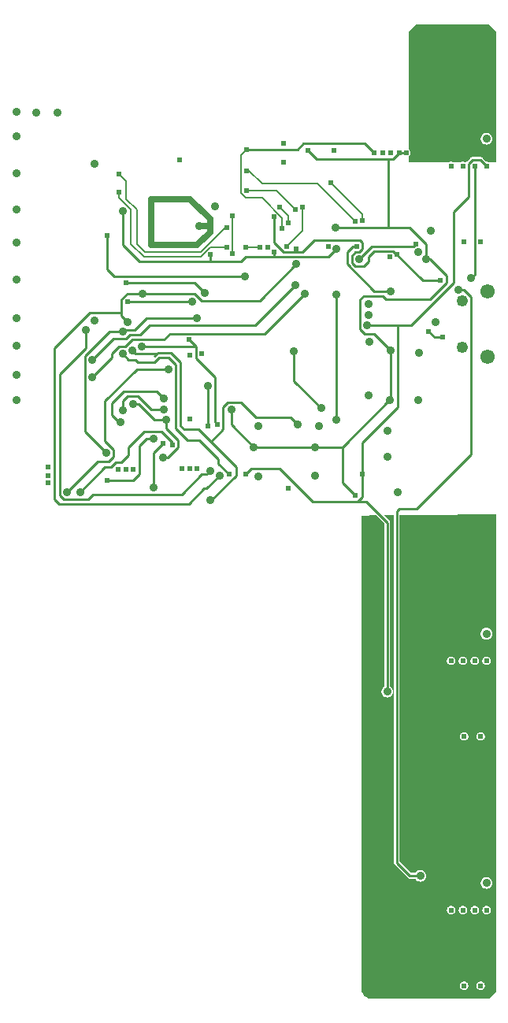
<source format=gbr>
G04 start of page 4 for group 2 idx 2 *
G04 Title: fet12logic, signal3 *
G04 Creator: pcb 20140316 *
G04 CreationDate: Thu 12 Apr 2018 02:45:11 AM GMT UTC *
G04 For: brian *
G04 Format: Gerber/RS-274X *
G04 PCB-Dimensions (mil): 6000.00 5000.00 *
G04 PCB-Coordinate-Origin: lower left *
%MOIN*%
%FSLAX25Y25*%
%LNGROUP2*%
%ADD68C,0.0335*%
%ADD67C,0.0453*%
%ADD66C,0.2150*%
%ADD65C,0.0118*%
%ADD64C,0.0200*%
%ADD63C,0.0240*%
%ADD62C,0.0360*%
%ADD61C,0.0492*%
%ADD60C,0.0610*%
%ADD59C,0.2350*%
%ADD58C,0.0100*%
%ADD57C,0.0060*%
%ADD56C,0.0250*%
%ADD55C,0.0001*%
G54D55*G36*
X383996Y420000D02*X385000D01*
X388000Y417000D01*
Y361500D01*
X384999D01*
X384820Y361610D01*
X384558Y361718D01*
X384283Y361784D01*
X384000Y361807D01*
X383996Y361806D01*
Y368993D01*
X384000Y368992D01*
X384392Y369023D01*
X384775Y369115D01*
X385138Y369266D01*
X385474Y369471D01*
X385773Y369727D01*
X386029Y370026D01*
X386234Y370362D01*
X386385Y370725D01*
X386477Y371108D01*
X386500Y371500D01*
X386477Y371892D01*
X386385Y372275D01*
X386234Y372638D01*
X386029Y372974D01*
X385773Y373273D01*
X385474Y373529D01*
X385138Y373734D01*
X384775Y373885D01*
X384392Y373977D01*
X384000Y374008D01*
X383996Y374007D01*
Y420000D01*
G37*
G36*
X351000Y361500D02*Y364001D01*
X351062Y364038D01*
X351277Y364223D01*
X351462Y364438D01*
X351610Y364680D01*
X351718Y364942D01*
X351784Y365217D01*
X351801Y365500D01*
X351784Y365783D01*
X351718Y366058D01*
X351610Y366320D01*
X351462Y366562D01*
X351277Y366777D01*
X351062Y366962D01*
X351000Y366999D01*
Y417000D01*
X354000Y420000D01*
X383996D01*
Y374007D01*
X383608Y373977D01*
X383225Y373885D01*
X382862Y373734D01*
X382526Y373529D01*
X382227Y373273D01*
X381971Y372974D01*
X381766Y372638D01*
X381615Y372275D01*
X381523Y371892D01*
X381492Y371500D01*
X381523Y371108D01*
X381615Y370725D01*
X381766Y370362D01*
X381971Y370026D01*
X382227Y369727D01*
X382526Y369471D01*
X382862Y369266D01*
X383225Y369115D01*
X383608Y369023D01*
X383996Y368993D01*
Y361806D01*
X383898Y361799D01*
X382382Y363315D01*
X382351Y363351D01*
X382208Y363474D01*
X382046Y363573D01*
X381872Y363645D01*
X381688Y363689D01*
X381688Y363689D01*
X381500Y363704D01*
X381453Y363700D01*
X378047D01*
X378000Y363704D01*
X377812Y363689D01*
X377628Y363645D01*
X377454Y363573D01*
X377292Y363474D01*
X377292Y363474D01*
X377149Y363351D01*
X377118Y363315D01*
X375685Y361882D01*
X375649Y361851D01*
X375526Y361708D01*
X375427Y361546D01*
X375408Y361500D01*
X374999D01*
X374820Y361610D01*
X374558Y361718D01*
X374283Y361784D01*
X374000Y361807D01*
X373717Y361784D01*
X373442Y361718D01*
X373180Y361610D01*
X373001Y361500D01*
X369999D01*
X369820Y361610D01*
X369558Y361718D01*
X369283Y361784D01*
X369000Y361807D01*
X368717Y361784D01*
X368442Y361718D01*
X368180Y361610D01*
X368001Y361500D01*
X351000D01*
G37*
G36*
X388000Y212500D02*Y10500D01*
X385000Y7500D01*
X383997D01*
Y43194D01*
X384000Y43193D01*
X384283Y43216D01*
X384558Y43282D01*
X384820Y43390D01*
X385062Y43538D01*
X385277Y43723D01*
X385462Y43938D01*
X385610Y44180D01*
X385718Y44442D01*
X385784Y44717D01*
X385801Y45000D01*
X385784Y45283D01*
X385718Y45558D01*
X385610Y45820D01*
X385462Y46062D01*
X385277Y46277D01*
X385062Y46462D01*
X384820Y46610D01*
X384558Y46718D01*
X384283Y46784D01*
X384000Y46807D01*
X383997Y46806D01*
Y53993D01*
X384000Y53992D01*
X384392Y54023D01*
X384775Y54115D01*
X385138Y54266D01*
X385474Y54471D01*
X385773Y54727D01*
X386029Y55026D01*
X386234Y55362D01*
X386385Y55725D01*
X386477Y56108D01*
X386500Y56500D01*
X386477Y56892D01*
X386385Y57275D01*
X386234Y57638D01*
X386029Y57974D01*
X385773Y58273D01*
X385474Y58529D01*
X385138Y58734D01*
X384775Y58885D01*
X384392Y58977D01*
X384000Y59008D01*
X383997Y59007D01*
Y148694D01*
X384000Y148693D01*
X384283Y148716D01*
X384558Y148782D01*
X384820Y148890D01*
X385062Y149038D01*
X385277Y149223D01*
X385462Y149438D01*
X385610Y149680D01*
X385718Y149942D01*
X385784Y150217D01*
X385801Y150500D01*
X385784Y150783D01*
X385718Y151058D01*
X385610Y151320D01*
X385462Y151562D01*
X385277Y151777D01*
X385062Y151962D01*
X384820Y152110D01*
X384558Y152218D01*
X384283Y152284D01*
X384000Y152307D01*
X383997Y152306D01*
Y159493D01*
X384000Y159492D01*
X384392Y159523D01*
X384775Y159615D01*
X385138Y159766D01*
X385474Y159971D01*
X385773Y160227D01*
X386029Y160526D01*
X386234Y160862D01*
X386385Y161225D01*
X386477Y161608D01*
X386500Y162000D01*
X386477Y162392D01*
X386385Y162775D01*
X386234Y163138D01*
X386029Y163474D01*
X385773Y163773D01*
X385474Y164029D01*
X385138Y164234D01*
X384775Y164385D01*
X384392Y164477D01*
X384000Y164508D01*
X383997Y164507D01*
Y212465D01*
X388000Y212500D01*
G37*
G36*
X381497Y161937D02*X381523Y161608D01*
X381615Y161225D01*
X381766Y160862D01*
X381971Y160526D01*
X382227Y160227D01*
X382526Y159971D01*
X382862Y159766D01*
X383225Y159615D01*
X383608Y159523D01*
X383997Y159493D01*
Y152306D01*
X383717Y152284D01*
X383442Y152218D01*
X383180Y152110D01*
X382938Y151962D01*
X382723Y151777D01*
X382538Y151562D01*
X382390Y151320D01*
X382282Y151058D01*
X382216Y150783D01*
X382193Y150500D01*
X382216Y150217D01*
X382282Y149942D01*
X382390Y149680D01*
X382538Y149438D01*
X382723Y149223D01*
X382938Y149038D01*
X383180Y148890D01*
X383442Y148782D01*
X383717Y148716D01*
X383997Y148694D01*
Y59007D01*
X383608Y58977D01*
X383225Y58885D01*
X382862Y58734D01*
X382526Y58529D01*
X382227Y58273D01*
X381971Y57974D01*
X381766Y57638D01*
X381615Y57275D01*
X381523Y56892D01*
X381497Y56563D01*
Y116694D01*
X381500Y116693D01*
X381783Y116716D01*
X382058Y116782D01*
X382320Y116890D01*
X382562Y117038D01*
X382777Y117223D01*
X382962Y117438D01*
X383110Y117680D01*
X383218Y117942D01*
X383284Y118217D01*
X383301Y118500D01*
X383284Y118783D01*
X383218Y119058D01*
X383110Y119320D01*
X382962Y119562D01*
X382777Y119777D01*
X382562Y119962D01*
X382320Y120110D01*
X382058Y120218D01*
X381783Y120284D01*
X381500Y120307D01*
X381497Y120306D01*
Y161937D01*
G37*
G36*
Y212443D02*X383997Y212465D01*
Y164507D01*
X383608Y164477D01*
X383225Y164385D01*
X382862Y164234D01*
X382526Y164029D01*
X382227Y163773D01*
X381971Y163474D01*
X381766Y163138D01*
X381615Y162775D01*
X381523Y162392D01*
X381497Y162063D01*
Y212443D01*
G37*
G36*
X383997Y7500D02*X381497D01*
Y11194D01*
X381500Y11193D01*
X381783Y11216D01*
X382058Y11282D01*
X382320Y11390D01*
X382562Y11538D01*
X382777Y11723D01*
X382962Y11938D01*
X383110Y12180D01*
X383218Y12442D01*
X383284Y12717D01*
X383301Y13000D01*
X383284Y13283D01*
X383218Y13558D01*
X383110Y13820D01*
X382962Y14062D01*
X382777Y14277D01*
X382562Y14462D01*
X382320Y14610D01*
X382058Y14718D01*
X381783Y14784D01*
X381500Y14807D01*
X381497Y14806D01*
Y56437D01*
X381523Y56108D01*
X381615Y55725D01*
X381766Y55362D01*
X381971Y55026D01*
X382227Y54727D01*
X382526Y54471D01*
X382862Y54266D01*
X383225Y54115D01*
X383608Y54023D01*
X383997Y53993D01*
Y46806D01*
X383717Y46784D01*
X383442Y46718D01*
X383180Y46610D01*
X382938Y46462D01*
X382723Y46277D01*
X382538Y46062D01*
X382390Y45820D01*
X382282Y45558D01*
X382216Y45283D01*
X382193Y45000D01*
X382216Y44717D01*
X382282Y44442D01*
X382390Y44180D01*
X382538Y43938D01*
X382723Y43723D01*
X382938Y43538D01*
X383180Y43390D01*
X383442Y43282D01*
X383717Y43216D01*
X383997Y43194D01*
Y7500D01*
G37*
G36*
X381497D02*X378997D01*
Y43194D01*
X379000Y43193D01*
X379283Y43216D01*
X379558Y43282D01*
X379820Y43390D01*
X380062Y43538D01*
X380277Y43723D01*
X380462Y43938D01*
X380610Y44180D01*
X380718Y44442D01*
X380784Y44717D01*
X380801Y45000D01*
X380784Y45283D01*
X380718Y45558D01*
X380610Y45820D01*
X380462Y46062D01*
X380277Y46277D01*
X380062Y46462D01*
X379820Y46610D01*
X379558Y46718D01*
X379283Y46784D01*
X379000Y46807D01*
X378997Y46806D01*
Y148694D01*
X379000Y148693D01*
X379283Y148716D01*
X379558Y148782D01*
X379820Y148890D01*
X380062Y149038D01*
X380277Y149223D01*
X380462Y149438D01*
X380610Y149680D01*
X380718Y149942D01*
X380784Y150217D01*
X380801Y150500D01*
X380784Y150783D01*
X380718Y151058D01*
X380610Y151320D01*
X380462Y151562D01*
X380277Y151777D01*
X380062Y151962D01*
X379820Y152110D01*
X379558Y152218D01*
X379283Y152284D01*
X379000Y152307D01*
X378997Y152306D01*
Y212421D01*
X381497Y212443D01*
Y162063D01*
X381492Y162000D01*
X381497Y161937D01*
Y120306D01*
X381217Y120284D01*
X380942Y120218D01*
X380680Y120110D01*
X380438Y119962D01*
X380223Y119777D01*
X380038Y119562D01*
X379890Y119320D01*
X379782Y119058D01*
X379716Y118783D01*
X379693Y118500D01*
X379716Y118217D01*
X379782Y117942D01*
X379890Y117680D01*
X380038Y117438D01*
X380223Y117223D01*
X380438Y117038D01*
X380680Y116890D01*
X380942Y116782D01*
X381217Y116716D01*
X381497Y116694D01*
Y56563D01*
X381492Y56500D01*
X381497Y56437D01*
Y14806D01*
X381217Y14784D01*
X380942Y14718D01*
X380680Y14610D01*
X380438Y14462D01*
X380223Y14277D01*
X380038Y14062D01*
X379890Y13820D01*
X379782Y13558D01*
X379716Y13283D01*
X379693Y13000D01*
X379716Y12717D01*
X379782Y12442D01*
X379890Y12180D01*
X380038Y11938D01*
X380223Y11723D01*
X380438Y11538D01*
X380680Y11390D01*
X380942Y11282D01*
X381217Y11216D01*
X381497Y11194D01*
Y7500D01*
G37*
G36*
X378997D02*X373997D01*
Y11269D01*
X374217Y11216D01*
X374500Y11193D01*
X374783Y11216D01*
X375058Y11282D01*
X375320Y11390D01*
X375562Y11538D01*
X375777Y11723D01*
X375962Y11938D01*
X376110Y12180D01*
X376218Y12442D01*
X376284Y12717D01*
X376301Y13000D01*
X376284Y13283D01*
X376218Y13558D01*
X376110Y13820D01*
X375962Y14062D01*
X375777Y14277D01*
X375562Y14462D01*
X375320Y14610D01*
X375058Y14718D01*
X374783Y14784D01*
X374500Y14807D01*
X374217Y14784D01*
X373997Y14731D01*
Y43194D01*
X374000Y43193D01*
X374283Y43216D01*
X374558Y43282D01*
X374820Y43390D01*
X375062Y43538D01*
X375277Y43723D01*
X375462Y43938D01*
X375610Y44180D01*
X375718Y44442D01*
X375784Y44717D01*
X375801Y45000D01*
X375784Y45283D01*
X375718Y45558D01*
X375610Y45820D01*
X375462Y46062D01*
X375277Y46277D01*
X375062Y46462D01*
X374820Y46610D01*
X374558Y46718D01*
X374283Y46784D01*
X374000Y46807D01*
X373997Y46806D01*
Y116769D01*
X374217Y116716D01*
X374500Y116693D01*
X374783Y116716D01*
X375058Y116782D01*
X375320Y116890D01*
X375562Y117038D01*
X375777Y117223D01*
X375962Y117438D01*
X376110Y117680D01*
X376218Y117942D01*
X376284Y118217D01*
X376301Y118500D01*
X376284Y118783D01*
X376218Y119058D01*
X376110Y119320D01*
X375962Y119562D01*
X375777Y119777D01*
X375562Y119962D01*
X375320Y120110D01*
X375058Y120218D01*
X374783Y120284D01*
X374500Y120307D01*
X374217Y120284D01*
X373997Y120231D01*
Y148694D01*
X374000Y148693D01*
X374283Y148716D01*
X374558Y148782D01*
X374820Y148890D01*
X375062Y149038D01*
X375277Y149223D01*
X375462Y149438D01*
X375610Y149680D01*
X375718Y149942D01*
X375784Y150217D01*
X375801Y150500D01*
X375784Y150783D01*
X375718Y151058D01*
X375610Y151320D01*
X375462Y151562D01*
X375277Y151777D01*
X375062Y151962D01*
X374820Y152110D01*
X374558Y152218D01*
X374283Y152284D01*
X374000Y152307D01*
X373997Y152306D01*
Y212377D01*
X378997Y212421D01*
Y152306D01*
X378717Y152284D01*
X378442Y152218D01*
X378180Y152110D01*
X377938Y151962D01*
X377723Y151777D01*
X377538Y151562D01*
X377390Y151320D01*
X377282Y151058D01*
X377216Y150783D01*
X377193Y150500D01*
X377216Y150217D01*
X377282Y149942D01*
X377390Y149680D01*
X377538Y149438D01*
X377723Y149223D01*
X377938Y149038D01*
X378180Y148890D01*
X378442Y148782D01*
X378717Y148716D01*
X378997Y148694D01*
Y46806D01*
X378717Y46784D01*
X378442Y46718D01*
X378180Y46610D01*
X377938Y46462D01*
X377723Y46277D01*
X377538Y46062D01*
X377390Y45820D01*
X377282Y45558D01*
X377216Y45283D01*
X377193Y45000D01*
X377216Y44717D01*
X377282Y44442D01*
X377390Y44180D01*
X377538Y43938D01*
X377723Y43723D01*
X377938Y43538D01*
X378180Y43390D01*
X378442Y43282D01*
X378717Y43216D01*
X378997Y43194D01*
Y7500D01*
G37*
G36*
X373997D02*X368997D01*
Y43194D01*
X369000Y43193D01*
X369283Y43216D01*
X369558Y43282D01*
X369820Y43390D01*
X370062Y43538D01*
X370277Y43723D01*
X370462Y43938D01*
X370610Y44180D01*
X370718Y44442D01*
X370784Y44717D01*
X370801Y45000D01*
X370784Y45283D01*
X370718Y45558D01*
X370610Y45820D01*
X370462Y46062D01*
X370277Y46277D01*
X370062Y46462D01*
X369820Y46610D01*
X369558Y46718D01*
X369283Y46784D01*
X369000Y46807D01*
X368997Y46806D01*
Y148694D01*
X369000Y148693D01*
X369283Y148716D01*
X369558Y148782D01*
X369820Y148890D01*
X370062Y149038D01*
X370277Y149223D01*
X370462Y149438D01*
X370610Y149680D01*
X370718Y149942D01*
X370784Y150217D01*
X370801Y150500D01*
X370784Y150783D01*
X370718Y151058D01*
X370610Y151320D01*
X370462Y151562D01*
X370277Y151777D01*
X370062Y151962D01*
X369820Y152110D01*
X369558Y152218D01*
X369283Y152284D01*
X369000Y152307D01*
X368997Y152306D01*
Y212333D01*
X373997Y212377D01*
Y152306D01*
X373717Y152284D01*
X373442Y152218D01*
X373180Y152110D01*
X372938Y151962D01*
X372723Y151777D01*
X372538Y151562D01*
X372390Y151320D01*
X372282Y151058D01*
X372216Y150783D01*
X372193Y150500D01*
X372216Y150217D01*
X372282Y149942D01*
X372390Y149680D01*
X372538Y149438D01*
X372723Y149223D01*
X372938Y149038D01*
X373180Y148890D01*
X373442Y148782D01*
X373717Y148716D01*
X373997Y148694D01*
Y120231D01*
X373942Y120218D01*
X373680Y120110D01*
X373438Y119962D01*
X373223Y119777D01*
X373038Y119562D01*
X372890Y119320D01*
X372782Y119058D01*
X372716Y118783D01*
X372693Y118500D01*
X372716Y118217D01*
X372782Y117942D01*
X372890Y117680D01*
X373038Y117438D01*
X373223Y117223D01*
X373438Y117038D01*
X373680Y116890D01*
X373942Y116782D01*
X373997Y116769D01*
Y46806D01*
X373717Y46784D01*
X373442Y46718D01*
X373180Y46610D01*
X372938Y46462D01*
X372723Y46277D01*
X372538Y46062D01*
X372390Y45820D01*
X372282Y45558D01*
X372216Y45283D01*
X372193Y45000D01*
X372216Y44717D01*
X372282Y44442D01*
X372390Y44180D01*
X372538Y43938D01*
X372723Y43723D01*
X372938Y43538D01*
X373180Y43390D01*
X373442Y43282D01*
X373717Y43216D01*
X373997Y43194D01*
Y14731D01*
X373942Y14718D01*
X373680Y14610D01*
X373438Y14462D01*
X373223Y14277D01*
X373038Y14062D01*
X372890Y13820D01*
X372782Y13558D01*
X372716Y13283D01*
X372693Y13000D01*
X372716Y12717D01*
X372782Y12442D01*
X372890Y12180D01*
X373038Y11938D01*
X373223Y11723D01*
X373438Y11538D01*
X373680Y11390D01*
X373942Y11282D01*
X373997Y11269D01*
Y7500D01*
G37*
G36*
X368997D02*X334000D01*
X331000Y10500D01*
Y212000D01*
X337248Y212055D01*
X340800Y208503D01*
Y139697D01*
X340526Y139529D01*
X340227Y139273D01*
X339971Y138974D01*
X339766Y138638D01*
X339615Y138275D01*
X339523Y137892D01*
X339492Y137500D01*
X339523Y137108D01*
X339615Y136725D01*
X339766Y136362D01*
X339971Y136026D01*
X340227Y135727D01*
X340526Y135471D01*
X340862Y135266D01*
X341225Y135115D01*
X341608Y135023D01*
X342000Y134992D01*
X342392Y135023D01*
X342775Y135115D01*
X343138Y135266D01*
X343474Y135471D01*
X343773Y135727D01*
X344029Y136026D01*
X344234Y136362D01*
X344385Y136725D01*
X344477Y137108D01*
X344500Y137500D01*
X344477Y137892D01*
X344385Y138275D01*
X344234Y138638D01*
X344029Y138974D01*
X343773Y139273D01*
X343474Y139529D01*
X343200Y139697D01*
Y208953D01*
X343204Y209000D01*
X343189Y209188D01*
X343189Y209188D01*
X343145Y209372D01*
X343073Y209546D01*
X342974Y209708D01*
X342851Y209851D01*
X342815Y209882D01*
X340613Y212084D01*
X344800Y212121D01*
Y65047D01*
X344796Y65000D01*
X344811Y64812D01*
X344855Y64628D01*
X344927Y64454D01*
X345026Y64292D01*
X345026Y64292D01*
X345149Y64149D01*
X345185Y64118D01*
X350618Y58685D01*
X350649Y58649D01*
X350792Y58526D01*
X350792Y58526D01*
X350954Y58427D01*
X351128Y58355D01*
X351312Y58311D01*
X351500Y58296D01*
X351547Y58300D01*
X353803D01*
X353971Y58026D01*
X354227Y57727D01*
X354526Y57471D01*
X354862Y57266D01*
X355225Y57115D01*
X355608Y57023D01*
X356000Y56992D01*
X356392Y57023D01*
X356775Y57115D01*
X357138Y57266D01*
X357474Y57471D01*
X357773Y57727D01*
X358029Y58026D01*
X358234Y58362D01*
X358385Y58725D01*
X358477Y59108D01*
X358500Y59500D01*
X358477Y59892D01*
X358385Y60275D01*
X358234Y60638D01*
X358029Y60974D01*
X357773Y61273D01*
X357474Y61529D01*
X357138Y61734D01*
X356775Y61885D01*
X356392Y61977D01*
X356000Y62008D01*
X355608Y61977D01*
X355225Y61885D01*
X354862Y61734D01*
X354526Y61529D01*
X354227Y61273D01*
X353971Y60974D01*
X353803Y60700D01*
X351997D01*
X347200Y65497D01*
Y212142D01*
X368997Y212333D01*
Y152306D01*
X368717Y152284D01*
X368442Y152218D01*
X368180Y152110D01*
X367938Y151962D01*
X367723Y151777D01*
X367538Y151562D01*
X367390Y151320D01*
X367282Y151058D01*
X367216Y150783D01*
X367193Y150500D01*
X367216Y150217D01*
X367282Y149942D01*
X367390Y149680D01*
X367538Y149438D01*
X367723Y149223D01*
X367938Y149038D01*
X368180Y148890D01*
X368442Y148782D01*
X368717Y148716D01*
X368997Y148694D01*
Y46806D01*
X368717Y46784D01*
X368442Y46718D01*
X368180Y46610D01*
X367938Y46462D01*
X367723Y46277D01*
X367538Y46062D01*
X367390Y45820D01*
X367282Y45558D01*
X367216Y45283D01*
X367193Y45000D01*
X367216Y44717D01*
X367282Y44442D01*
X367390Y44180D01*
X367538Y43938D01*
X367723Y43723D01*
X367938Y43538D01*
X368180Y43390D01*
X368442Y43282D01*
X368717Y43216D01*
X368997Y43194D01*
Y7500D01*
G37*
G54D56*X242000Y326500D02*X261500D01*
X258500Y346000D02*X242000D01*
Y326500D01*
G54D57*X228500Y356500D02*X231500Y353500D01*
Y346000D01*
X228500Y346500D02*X233500Y341500D01*
X228500Y349000D02*Y346500D01*
G54D58*X230000Y326500D02*Y341000D01*
G54D57*X233500Y341500D02*Y327000D01*
X236000D02*Y341500D01*
X231500Y346000D01*
G54D58*X223500Y316028D02*Y330500D01*
X237000Y319500D02*X230000Y326500D01*
G54D57*X233500Y327000D02*X239000Y321500D01*
X239500Y323500D02*X236000Y327000D01*
G54D56*X262500Y334500D02*X267000D01*
Y332000D02*Y337500D01*
X258500Y346000D01*
G54D57*X295000Y349500D02*X282500D01*
X282000Y346500D02*X280000Y348500D01*
X282000Y346500D02*X289000D01*
G54D58*X294000Y327500D02*Y338500D01*
G54D57*X282000Y325500D02*X288000D01*
X267000D02*X274000D01*
G54D56*X261500Y326500D02*X267000Y332000D01*
G54D57*X263000Y321500D02*X267000Y325500D01*
X263000Y323500D02*X273500Y334000D01*
X274000D01*
X276500Y339000D02*Y323000D01*
X239500Y323500D02*X263000D01*
G54D58*X237000Y319500D02*X280000D01*
G54D57*X239000Y321500D02*X263000D01*
G54D58*X231500Y310500D02*X260500D01*
X267000Y322500D02*Y319500D01*
X226236Y313264D02*X281736D01*
X260500Y310500D02*X264800Y306200D01*
X288000Y303000D02*X303500Y318500D01*
X226264Y313264D02*X223500Y316028D01*
X259500Y302500D02*X232000D01*
X263500Y303000D02*X288000D01*
X232000Y306000D02*X229500Y303500D01*
X232000Y306000D02*X260500D01*
X263500Y303000D01*
X362000Y287500D02*X365500D01*
X372000Y307500D02*X374500D01*
X377500Y304500D01*
X360000Y303500D02*X367000Y310500D01*
Y313500D01*
X352000Y292500D02*X370000Y310500D01*
X359500Y290000D02*X362000Y287500D01*
X351000Y292500D02*X333500D01*
X352000D01*
X336500Y307000D02*X343500D01*
X332000Y305000D02*X340000D01*
X341500Y303500D01*
X360000D01*
X332500Y289000D02*X336500D01*
X286000Y292500D02*X303000Y309500D01*
X290000Y289000D02*X307000Y306000D01*
X354000Y327000D02*X353000Y326000D01*
G54D57*X331500Y339500D02*Y337000D01*
G54D58*X351500Y334000D02*X320000D01*
X353000Y326000D02*X335500D01*
X327500D02*X329000D01*
X335500D02*X330000Y320500D01*
Y323500D02*X331500Y325000D01*
Y327500D01*
X336500Y324000D02*X334000Y321500D01*
X330500Y291000D02*Y295000D01*
Y291000D02*Y303500D01*
X332000Y305000D01*
X334000Y321500D02*Y319500D01*
X332000Y317500D01*
X328500D01*
X327000Y319000D01*
X336500Y307000D02*X325000Y318500D01*
X327000Y319000D02*Y322000D01*
X328500Y323500D01*
X330000D01*
X325000Y318500D02*Y323500D01*
X327500Y326000D01*
X384000Y360000D02*X381500Y362500D01*
X378000D01*
X377500Y312500D02*X379000Y314000D01*
Y360000D02*Y314000D01*
X358500Y327000D02*X351500Y334000D01*
X358500Y327000D02*Y320500D01*
X344500Y324000D02*X357000Y311500D01*
X344500Y324000D02*X336500D01*
X357000Y311500D02*X364500D01*
X367000Y313500D02*X360000Y320500D01*
X358500D01*
X370000Y310500D02*Y340500D01*
X376500Y347000D01*
Y361000D01*
X378000Y362500D01*
G54D57*X318000Y353000D02*X331500Y339500D01*
G54D58*X312000Y363000D02*X308500Y366500D01*
X342500Y363000D02*Y334000D01*
G54D57*X306000Y332500D02*Y342500D01*
X328500Y336500D02*X312500Y352500D01*
G54D58*X350000Y365500D02*X347000D01*
X344500Y363000D01*
X312000D01*
X336500Y365500D02*X332500Y369500D01*
X306500D01*
X304000Y367000D01*
X282500D01*
G54D57*X280000Y348500D02*Y364500D01*
X282500Y367000D01*
X289000Y352500D02*X283500Y358000D01*
X282500D01*
X295000Y349500D02*X303000Y341500D01*
X300000Y339000D02*X296500Y342500D01*
X289000Y346500D02*X297500Y338000D01*
X312500Y352500D02*X289000D01*
X299500Y326000D02*X306000Y332500D01*
X300000Y336000D02*Y339000D01*
X297500Y338000D02*Y333500D01*
G54D58*X331500Y327500D02*X330500Y328500D01*
X311000D01*
X320500Y325000D02*X317000Y321500D01*
X282000D01*
X294000Y323500D02*Y321500D01*
X280000Y319500D02*X282000Y321500D01*
X311000Y328500D02*X306000Y323500D01*
X298000D01*
X294000Y327500D01*
X303500Y325000D02*Y323500D01*
X328500Y220500D02*X323000Y226000D01*
Y241000D01*
X329500Y218000D02*X331500Y220000D01*
X333000Y218000D02*X342000Y209000D01*
X377500Y238000D02*X354500Y215000D01*
X347000D01*
X346000Y214000D01*
X331500Y243000D02*Y220000D01*
X333000Y218000D02*X310500D01*
X343500Y282000D02*Y261500D01*
X346500Y258000D02*Y292500D01*
X330500Y291000D02*X332500Y289000D01*
X336500D02*X343500Y282000D01*
X320500Y305500D02*Y252500D01*
X377500Y304500D02*Y238000D01*
X342000Y209000D02*Y137500D01*
X346000Y214000D02*Y65000D01*
X356000Y59500D02*X351500D01*
X346000Y65000D01*
X261000Y278500D02*Y283500D01*
X302500Y281500D02*Y269000D01*
X269000Y270500D02*X261000Y278500D01*
X290000Y289000D02*X250000D01*
X343500Y261500D02*X323000Y241000D01*
X285500D01*
X346500Y258000D02*X331500Y243000D01*
X302500Y269000D02*X314000Y257500D01*
X304000Y250500D02*X301000Y253500D01*
X286500D01*
X252500Y276000D02*Y249000D01*
X250500Y281000D02*X254500Y277000D01*
Y250000D01*
X270000Y250500D02*X269000Y251500D01*
Y270500D01*
X267250Y243250D02*X272500Y248500D01*
Y258000D01*
X274500Y260000D01*
X280000D01*
X286500Y253500D01*
X251000Y243000D02*Y242000D01*
X253500Y244000D02*Y241000D01*
X282000Y229500D02*X284500Y232000D01*
X296500D01*
X310500Y218000D01*
X278000Y229000D02*Y232500D01*
X275000Y229500D02*X270500Y234000D01*
Y236000D01*
X278000Y229000D02*X267500Y218500D01*
X267000D01*
X265500Y223500D02*X271000Y229000D01*
X255000Y221000D02*X263500Y229500D01*
X258000Y217000D02*X264500Y223500D01*
X265500D01*
X263500Y229500D02*X265500D01*
X267000Y231000D01*
X276000Y250500D02*X285500Y241000D01*
X278000Y232500D02*X262000Y248500D01*
X266000Y250000D02*Y267000D01*
X276000Y250500D02*Y257000D01*
X262000Y248500D02*X256000D01*
X254500Y250000D01*
X270500Y236000D02*X262500Y244000D01*
X257500D01*
X252500Y249000D01*
X225500Y259500D02*Y254500D01*
X232000Y262500D02*X236500D01*
X234280Y259220D02*X236780D01*
X243500Y252500D01*
X236500Y262500D02*X242000Y257000D01*
X230500Y264500D02*X244500D01*
X225500Y259500D02*X230500Y264500D01*
X236000Y274000D02*X222500Y260500D01*
X223000Y238500D02*X214000Y247500D01*
X222500Y260500D02*Y243500D01*
X226000Y240000D01*
X225500Y254500D02*X228500Y251500D01*
X229000D01*
X232000Y262500D02*X230000Y260500D01*
Y256500D01*
X203500Y220500D02*Y272000D01*
X201000Y283000D02*Y219000D01*
X203000Y217000D01*
X215500Y219000D02*X217500Y221000D01*
X223500Y227000D02*X234500D01*
X237000Y229500D01*
X217500Y221000D02*X255000D01*
X203000Y217000D02*X258000D01*
X237000Y229500D02*Y241500D01*
X243000Y224000D02*Y238500D01*
X226000Y240000D02*Y237000D01*
X224000Y235000D01*
X219500D01*
X222500Y232500D02*X225000D01*
X227000Y234500D01*
X219500Y235000D02*X206500Y222000D01*
X212000D02*X222500Y232500D01*
X215500Y219000D02*X205000D01*
X203500Y220500D01*
X227000Y234500D02*X229500D01*
X232500Y237500D01*
Y241000D01*
X243500Y252500D02*X248500D01*
X242000Y257000D02*X247500D01*
X244500Y264500D02*X247500Y261500D01*
X248500Y252500D02*Y249000D01*
X240000Y244500D02*X243000D01*
X237000Y241500D02*X240000Y244500D01*
X232500Y241000D02*X239000Y247500D01*
X243000Y238500D02*X247000Y242500D01*
X239000Y247500D02*X246500D01*
X251000Y243000D01*
X248500Y249000D02*X253500Y244000D01*
Y241000D02*X249000Y236500D01*
X247000D01*
X261000Y283500D02*X258000Y286500D01*
X286000Y292500D02*X241500D01*
X250000Y289000D02*X247500Y286500D01*
X214500Y283000D02*Y290500D01*
X224500Y290000D02*X214000Y279500D01*
X217000Y278000D02*X226000Y287000D01*
X217000Y270500D02*X225500Y279000D01*
Y280500D01*
X232500Y278000D02*X230000Y280500D01*
X225500D02*X228500Y283500D01*
X214000Y279500D02*Y247500D01*
X232500Y278000D02*X235500D01*
X236500Y277000D01*
X243500D01*
X234000Y282000D02*Y281500D01*
Y282000D02*X235500Y280500D01*
X244500D01*
X249500Y279000D02*X252500Y276000D01*
X243500Y277000D02*X245500Y279000D01*
X249500D01*
X245000Y281000D02*X250500D01*
X243500Y279500D02*X245000Y281000D01*
X249500Y274000D02*X236000D01*
X214500Y283000D02*X203500Y272000D01*
X230000Y290000D02*X224500D01*
X229500Y303500D02*Y296500D01*
X232000Y294000D01*
X216000Y298000D02*X229500D01*
X230000Y290000D02*X230500Y290500D01*
X216000Y298000D02*X201000Y283000D01*
X228500Y283500D02*X231000D01*
X238000D02*X261000D01*
X226000Y287000D02*X231500D01*
X231000Y283500D02*X234000Y286500D01*
X231500Y287000D02*X233000Y288500D01*
X237500D01*
X241500Y292500D01*
X234000Y286500D02*X247500D01*
X230500Y290500D02*X235000D01*
X240000Y295500D01*
X261500D01*
G54D59*X369500Y192000D03*
G54D60*X384291Y279220D03*
G54D59*X369500Y86500D03*
Y401500D03*
G54D61*X373661Y302843D03*
Y283157D03*
G54D60*X384291Y306780D03*
G54D62*X362500Y294000D03*
G54D63*X365500Y287500D03*
X359500Y290000D03*
X364500Y311500D03*
G54D62*X377500Y312500D03*
G54D63*X374500Y328000D03*
X381500D03*
G54D62*X358500Y320500D03*
X355000Y323500D03*
G54D63*X354000Y327000D03*
G54D62*X360500Y332500D03*
X372000Y307500D03*
X355500Y281000D03*
X355000Y261000D03*
X334000Y297000D03*
Y301500D03*
G54D63*X343000Y321500D03*
G54D62*X343500Y307000D03*
X333500Y292500D03*
X334500Y285500D03*
G54D63*X346000Y322500D03*
X329000Y326000D03*
G54D62*X330000Y320500D03*
X303500Y318500D03*
X303000Y309500D03*
X307000Y306000D03*
X320500Y305500D03*
X343500Y282000D03*
X343000Y261000D03*
X346500Y222000D03*
X342000Y237000D03*
Y248000D03*
X334000Y263000D03*
G54D63*X328500Y220500D03*
X331500Y229500D03*
G54D62*X320500Y252500D03*
X311500Y241000D03*
Y229000D03*
G54D63*X300000Y223500D03*
G54D62*X313000Y250000D03*
X287500D03*
X302500Y281500D03*
X304000Y250500D03*
X314000Y257500D03*
X287500Y228500D03*
X285500Y241000D03*
G54D63*X282000Y229500D03*
X275000D03*
G54D62*X262500Y334500D03*
G54D63*X282500Y349500D03*
Y367000D03*
Y358000D03*
G54D62*X281736Y313264D03*
G54D63*X274000Y334000D03*
G54D62*X269000Y343000D03*
G54D63*X274000Y325500D03*
X267000Y322500D03*
X276500Y323000D03*
X231500Y310500D03*
G54D62*X238500Y306000D03*
G54D63*X232000Y302500D03*
G54D62*X261500Y295500D03*
G54D63*X384000Y360000D03*
X379000D03*
X374000D03*
X369000D03*
X340000Y365500D03*
X343500D03*
X347000D03*
X350000D03*
X336500D03*
G54D62*X384000Y371500D03*
G54D63*X276500Y339000D03*
X297500Y333500D03*
X300000Y336000D03*
X294000Y338500D03*
X303000Y341500D03*
X306000Y342500D03*
X296500D03*
G54D62*X320500Y325000D03*
G54D63*X294000Y323500D03*
X288000Y325500D03*
X282000D03*
X299500Y326000D03*
X317000D03*
X291500Y325500D03*
X303500Y325000D03*
X318000Y353000D03*
X308500Y366500D03*
X298000Y369500D03*
Y361500D03*
X319500Y366500D03*
X331500Y337000D03*
G54D62*X320000Y334000D03*
G54D63*X328500Y336500D03*
X254000Y362500D03*
G54D62*X218000Y361000D03*
G54D63*X228500Y349000D03*
Y356500D03*
G54D62*X230000Y341000D03*
G54D63*X223500Y330500D03*
G54D62*X218000Y294500D03*
X214500Y290500D03*
X185000Y383000D03*
Y372500D03*
Y357000D03*
Y341500D03*
X202500Y382500D03*
X193500D03*
G54D63*X384000Y150500D03*
X379000D03*
X381500Y118500D03*
X374000Y150500D03*
X369000D03*
G54D62*X384000Y162000D03*
G54D63*Y45000D03*
G54D62*Y56500D03*
G54D63*X379000Y45000D03*
X374000D03*
X369000D03*
G54D62*X333500Y38500D03*
G54D63*X374500Y13000D03*
G54D62*X333500Y10000D03*
X355000D03*
G54D63*X381500Y13000D03*
X374500Y118500D03*
G54D62*X342000Y137500D03*
X355500Y131500D03*
X356000Y59500D03*
G54D63*X258500Y280000D03*
G54D62*X259500Y302500D03*
X264800Y306200D03*
G54D63*X263500Y280500D03*
G54D62*X266000Y267000D03*
G54D63*X258000Y286500D03*
G54D62*X267000Y218500D03*
G54D63*X261500Y232000D03*
G54D62*X271000Y229000D03*
X267000Y231000D03*
G54D63*X258500Y232000D03*
G54D62*X248500Y252500D03*
X247500Y257000D03*
Y261500D03*
G54D63*X258500Y253000D03*
G54D62*X249500Y274000D03*
G54D63*X270000Y250500D03*
X265989Y249989D03*
G54D62*X185000Y327500D03*
Y312000D03*
Y295500D03*
X276000Y257000D03*
X234280Y259220D03*
X230000Y256500D03*
X185000Y261000D03*
X217000Y278000D03*
X230000Y290000D03*
X217000Y270500D03*
X232000Y294000D03*
X230000Y280500D03*
X234000Y282000D03*
X238000Y283500D03*
X185000Y284000D03*
Y271500D03*
X243000Y244500D03*
X229000Y251500D03*
X223000Y238500D03*
G54D63*X223500Y227000D03*
X234500Y231500D03*
X231500D03*
X228000D03*
G54D62*X206500Y222000D03*
G54D63*X198500Y226000D03*
Y229000D03*
Y232500D03*
G54D62*X212000Y222000D03*
X243000Y224000D03*
G54D63*X255000Y232000D03*
G54D62*X247000Y236500D03*
G54D63*X251000Y242000D03*
X247000Y242500D03*
G54D64*G54D65*G54D64*G54D65*G54D64*G54D65*G54D64*G54D65*G54D64*G54D65*G54D64*G54D65*G54D64*G54D65*G54D64*G54D65*G54D64*G54D65*G54D64*G54D65*G54D64*G54D65*G54D64*G54D65*G54D64*G54D65*G54D64*G54D65*G54D64*G54D65*G54D64*G54D65*G54D64*G54D65*G54D64*G54D65*G54D64*G54D65*G54D64*G54D65*G54D64*G54D65*G54D64*G54D65*G54D64*G54D65*G54D64*G54D65*G54D64*G54D65*G54D64*G54D65*G54D64*G54D65*G54D64*G54D65*G54D64*G54D65*G54D64*G54D65*G54D64*G54D65*G54D64*G54D65*G54D64*G54D65*G54D64*G54D65*G54D66*G54D67*G54D66*G54D68*G54D67*M02*

</source>
